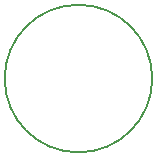
<source format=gbr>
G04 #@! TF.GenerationSoftware,KiCad,Pcbnew,(5.1.4)-1*
G04 #@! TF.CreationDate,2020-02-08T10:20:26-06:00*
G04 #@! TF.ProjectId,Jetson_Addon,4a657473-6f6e-45f4-9164-646f6e2e6b69,rev?*
G04 #@! TF.SameCoordinates,Original*
G04 #@! TF.FileFunction,Drawing*
%FSLAX46Y46*%
G04 Gerber Fmt 4.6, Leading zero omitted, Abs format (unit mm)*
G04 Created by KiCad (PCBNEW (5.1.4)-1) date 2020-02-08 10:20:26*
%MOMM*%
%LPD*%
G04 APERTURE LIST*
%ADD10C,0.150000*%
G04 APERTURE END LIST*
D10*
X132488000Y-135814400D02*
G75*
G03X132488000Y-135814400I-6250000J0D01*
G01*
M02*

</source>
